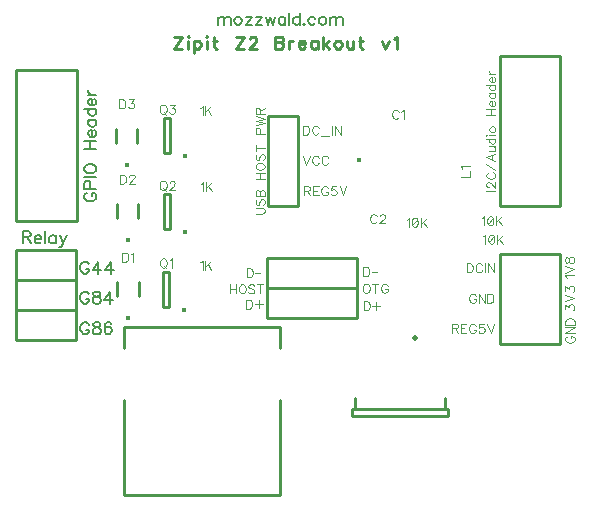
<source format=gto>
G04 DipTrace 2.4.0.2*
%INTopSilk.gbr*%
%MOIN*%
%ADD10C,0.0098*%
%ADD24C,0.0168*%
%ADD26C,0.0157*%
%ADD37C,0.0197*%
%ADD43C,0.0154*%
%ADD98C,0.0046*%
%ADD99C,0.0062*%
%ADD100C,0.0087*%
%FSLAX44Y44*%
G04*
G70*
G90*
G75*
G01*
%LNTopSilk*%
%LPD*%
X7946Y7539D2*
D10*
Y8011D1*
X8654Y7539D2*
Y8011D1*
D26*
X8300Y6811D3*
X7936Y10139D2*
D10*
Y10611D1*
X8644Y10139D2*
Y10611D1*
D26*
X8290Y9411D3*
X7907Y12648D2*
D10*
Y13121D1*
X8616Y12648D2*
Y13121D1*
D26*
X8262Y11920D3*
X6606Y15085D2*
D10*
X4574D1*
Y10045D1*
X6606D1*
Y15085D1*
X13968Y13566D2*
X12968D1*
Y10566D1*
X13968D1*
Y13566D1*
X20690Y10565D2*
X22690D1*
Y15565D1*
X20690D1*
Y10565D1*
X6553Y6089D2*
X4553D1*
Y7089D1*
X6553D1*
Y6089D1*
X8160Y6507D2*
X13356D1*
Y909D2*
Y4090D1*
Y5822D2*
Y6500D1*
Y909D2*
X8160D1*
Y4090D1*
Y5822D2*
Y6500D1*
X12940Y7807D2*
X15940D1*
Y6807D1*
X12940D1*
Y7807D1*
Y8815D2*
X15940D1*
Y7815D1*
X12940D1*
Y8815D1*
X18861Y4142D2*
Y3787D1*
X15869D2*
Y4142D1*
D37*
X17876Y6169D3*
X15770Y3787D2*
D10*
X18959D1*
X15770D2*
Y3551D1*
X18959Y3787D2*
Y3551D1*
X15770D2*
X18959D1*
X6553Y7089D2*
X4553D1*
Y8089D1*
X6553D1*
Y7089D1*
Y8089D2*
X4553D1*
Y9089D1*
X6553D1*
Y8089D1*
X20687Y5961D2*
X22687D1*
Y8961D1*
X20687D1*
Y5961D1*
D43*
X10158Y7094D3*
X9656Y7186D2*
D10*
Y8367D1*
X9459D1*
Y7186D1*
X9656D1*
D43*
X10210Y9682D3*
X9708Y9775D2*
D10*
Y10956D1*
X9512D1*
Y9775D1*
X9708D1*
D43*
X10210Y12219D3*
X9709Y12311D2*
D10*
Y13492D1*
X9512D1*
Y12311D1*
X9709D1*
D24*
X15991Y12104D3*
X17325Y13690D2*
D98*
X17311Y13718D1*
X17282Y13747D1*
X17254Y13761D1*
X17196D1*
X17167Y13747D1*
X17139Y13718D1*
X17124Y13690D1*
X17110Y13646D1*
Y13574D1*
X17124Y13532D1*
X17139Y13503D1*
X17167Y13474D1*
X17196Y13460D1*
X17254D1*
X17282Y13474D1*
X17311Y13503D1*
X17325Y13532D1*
X17418Y13703D2*
X17447Y13718D1*
X17490Y13761D1*
Y13460D1*
X16591Y10215D2*
X16577Y10243D1*
X16548Y10272D1*
X16519Y10286D1*
X16462D1*
X16433Y10272D1*
X16404Y10243D1*
X16390Y10215D1*
X16376Y10172D1*
Y10100D1*
X16390Y10057D1*
X16404Y10028D1*
X16433Y10000D1*
X16462Y9985D1*
X16519D1*
X16548Y10000D1*
X16577Y10028D1*
X16591Y10057D1*
X16698Y10214D2*
Y10229D1*
X16712Y10258D1*
X16727Y10272D1*
X16755Y10286D1*
X16813D1*
X16841Y10272D1*
X16856Y10258D1*
X16870Y10229D1*
Y10200D1*
X16856Y10171D1*
X16827Y10129D1*
X16683Y9985D1*
X16884D1*
X8117Y9002D2*
Y8700D1*
X8218D1*
X8261Y8715D1*
X8290Y8743D1*
X8304Y8772D1*
X8318Y8815D1*
Y8887D1*
X8304Y8930D1*
X8290Y8959D1*
X8261Y8987D1*
X8218Y9002D1*
X8117D1*
X8411Y8944D2*
X8440Y8959D1*
X8483Y9001D1*
Y8700D1*
X8043Y11602D2*
Y11300D1*
X8143D1*
X8186Y11315D1*
X8215Y11343D1*
X8229Y11372D1*
X8244Y11415D1*
Y11487D1*
X8229Y11530D1*
X8215Y11559D1*
X8186Y11587D1*
X8143Y11602D1*
X8043D1*
X8351Y11530D2*
Y11544D1*
X8365Y11573D1*
X8379Y11587D1*
X8408Y11601D1*
X8466D1*
X8494Y11587D1*
X8508Y11573D1*
X8523Y11544D1*
Y11516D1*
X8508Y11487D1*
X8480Y11444D1*
X8336Y11300D1*
X8537D1*
X8014Y14111D2*
Y13810D1*
X8115D1*
X8158Y13824D1*
X8187Y13853D1*
X8201Y13882D1*
X8215Y13924D1*
Y13996D1*
X8201Y14040D1*
X8187Y14068D1*
X8158Y14097D1*
X8115Y14111D1*
X8014D1*
X8337D2*
X8494D1*
X8408Y13996D1*
X8452D1*
X8480Y13982D1*
X8494Y13968D1*
X8509Y13924D1*
Y13896D1*
X8494Y13853D1*
X8466Y13824D1*
X8423Y13810D1*
X8380D1*
X8337Y13824D1*
X8323Y13839D1*
X8308Y13867D1*
X20251Y11072D2*
X20552D1*
X20323Y11180D2*
X20308D1*
X20280Y11194D1*
X20265Y11208D1*
X20251Y11237D1*
Y11294D1*
X20265Y11323D1*
X20280Y11337D1*
X20308Y11352D1*
X20337D1*
X20366Y11337D1*
X20409Y11309D1*
X20552Y11165D1*
Y11366D1*
X20322Y11674D2*
X20294Y11659D1*
X20265Y11631D1*
X20251Y11602D1*
Y11545D1*
X20265Y11516D1*
X20294Y11487D1*
X20322Y11473D1*
X20365Y11459D1*
X20437D1*
X20480Y11473D1*
X20509Y11487D1*
X20538Y11516D1*
X20552Y11545D1*
Y11602D1*
X20538Y11631D1*
X20509Y11659D1*
X20480Y11674D1*
X20552Y11766D2*
X20251Y11967D1*
X20552Y12290D2*
X20251Y12175D1*
X20552Y12060D1*
X20452Y12103D2*
Y12247D1*
X20351Y12382D2*
X20495D1*
X20538Y12397D1*
X20552Y12426D1*
Y12469D1*
X20538Y12497D1*
X20495Y12540D1*
X20351D2*
X20552D1*
X20251Y12805D2*
X20552D1*
X20394D2*
X20365Y12776D1*
X20351Y12748D1*
Y12705D1*
X20365Y12676D1*
X20394Y12647D1*
X20437Y12633D1*
X20466D1*
X20509Y12647D1*
X20538Y12676D1*
X20552Y12705D1*
Y12748D1*
X20538Y12776D1*
X20509Y12805D1*
X20251Y12898D2*
X20265Y12912D1*
X20251Y12926D1*
X20236Y12912D1*
X20251Y12898D1*
X20351Y12912D2*
X20552D1*
X20351Y13091D2*
X20365Y13062D1*
X20394Y13033D1*
X20437Y13019D1*
X20466D1*
X20509Y13033D1*
X20538Y13062D1*
X20552Y13091D1*
Y13134D1*
X20538Y13163D1*
X20509Y13191D1*
X20466Y13206D1*
X20437D1*
X20394Y13191D1*
X20365Y13163D1*
X20351Y13134D1*
Y13091D1*
X20251Y13590D2*
X20552D1*
X20251Y13791D2*
X20552D1*
X20394Y13590D2*
Y13791D1*
X20437Y13884D2*
Y14056D1*
X20409D1*
X20380Y14042D1*
X20365Y14027D1*
X20351Y13998D1*
Y13955D1*
X20365Y13927D1*
X20394Y13898D1*
X20437Y13884D1*
X20466D1*
X20509Y13898D1*
X20538Y13927D1*
X20552Y13955D1*
Y13998D1*
X20538Y14027D1*
X20509Y14056D1*
X20351Y14321D2*
X20552D1*
X20394D2*
X20365Y14292D1*
X20351Y14263D1*
Y14220D1*
X20365Y14192D1*
X20394Y14163D1*
X20437Y14148D1*
X20466D1*
X20509Y14163D1*
X20538Y14192D1*
X20552Y14220D1*
Y14263D1*
X20538Y14292D1*
X20509Y14321D1*
X20251Y14585D2*
X20552D1*
X20394D2*
X20365Y14557D1*
X20351Y14528D1*
Y14485D1*
X20365Y14456D1*
X20394Y14427D1*
X20437Y14413D1*
X20466D1*
X20509Y14427D1*
X20538Y14456D1*
X20552Y14485D1*
Y14528D1*
X20538Y14557D1*
X20509Y14585D1*
X20437Y14678D2*
Y14850D1*
X20409D1*
X20380Y14836D1*
X20365Y14821D1*
X20351Y14793D1*
Y14750D1*
X20365Y14721D1*
X20394Y14692D1*
X20437Y14678D1*
X20466D1*
X20509Y14692D1*
X20538Y14721D1*
X20552Y14750D1*
Y14793D1*
X20538Y14821D1*
X20509Y14850D1*
X20351Y14943D2*
X20552D1*
X20437D2*
X20394Y14957D1*
X20365Y14986D1*
X20351Y15015D1*
Y15058D1*
X19391Y11537D2*
X19692D1*
Y11709D1*
X19448Y11802D2*
X19434Y11831D1*
X19391Y11874D1*
X19692D1*
X9456Y8807D2*
X9427Y8793D1*
X9398Y8764D1*
X9384Y8735D1*
X9369Y8692D1*
Y8620D1*
X9384Y8577D1*
X9398Y8549D1*
X9427Y8520D1*
X9456Y8505D1*
X9513D1*
X9542Y8520D1*
X9570Y8549D1*
X9585Y8577D1*
X9599Y8620D1*
Y8692D1*
X9585Y8735D1*
X9570Y8764D1*
X9542Y8793D1*
X9513Y8807D1*
X9456D1*
X9499Y8563D2*
X9585Y8477D1*
X9692Y8749D2*
X9721Y8763D1*
X9764Y8806D1*
Y8505D1*
X9443Y11395D2*
X9415Y11381D1*
X9386Y11352D1*
X9372Y11323D1*
X9357Y11280D1*
Y11209D1*
X9372Y11165D1*
X9386Y11137D1*
X9415Y11108D1*
X9443Y11094D1*
X9501D1*
X9529Y11108D1*
X9558Y11137D1*
X9572Y11165D1*
X9587Y11209D1*
Y11280D1*
X9572Y11323D1*
X9558Y11352D1*
X9529Y11381D1*
X9501Y11395D1*
X9443D1*
X9486Y11151D2*
X9572Y11065D1*
X9694Y11323D2*
Y11337D1*
X9708Y11366D1*
X9723Y11380D1*
X9751Y11395D1*
X9809D1*
X9837Y11380D1*
X9852Y11366D1*
X9866Y11337D1*
Y11309D1*
X9852Y11280D1*
X9823Y11237D1*
X9679Y11093D1*
X9880D1*
X9444Y13931D2*
X9415Y13917D1*
X9386Y13889D1*
X9372Y13860D1*
X9358Y13817D1*
Y13745D1*
X9372Y13702D1*
X9386Y13673D1*
X9415Y13644D1*
X9444Y13630D1*
X9501D1*
X9530Y13644D1*
X9559Y13673D1*
X9573Y13702D1*
X9587Y13745D1*
Y13817D1*
X9573Y13860D1*
X9559Y13889D1*
X9530Y13917D1*
X9501Y13931D1*
X9444D1*
X9487Y13688D2*
X9573Y13601D1*
X9709Y13931D2*
X9866D1*
X9780Y13816D1*
X9824D1*
X9852Y13802D1*
X9866Y13788D1*
X9881Y13745D1*
Y13716D1*
X9866Y13673D1*
X9838Y13644D1*
X9795Y13630D1*
X9752D1*
X9709Y13644D1*
X9695Y13659D1*
X9680Y13687D1*
X10717Y8678D2*
X10746Y8692D1*
X10789Y8735D1*
Y8434D1*
X10882Y8736D2*
Y8434D1*
X11083Y8736D2*
X10882Y8535D1*
X10953Y8607D2*
X11083Y8434D1*
X10744Y11283D2*
X10773Y11298D1*
X10816Y11340D1*
Y11039D1*
X10909Y11341D2*
Y11039D1*
X11110Y11341D2*
X10909Y11140D1*
X10980Y11212D2*
X11110Y11039D1*
X10717Y13818D2*
X10746Y13832D1*
X10789Y13875D1*
Y13574D1*
X10882Y13876D2*
Y13574D1*
X11083Y13876D2*
X10882Y13675D1*
X10953Y13747D2*
X11083Y13574D1*
X17600Y10104D2*
X17629Y10119D1*
X17672Y10162D1*
Y9861D1*
X17851Y10162D2*
X17808Y10147D1*
X17779Y10104D1*
X17765Y10033D1*
Y9990D1*
X17779Y9918D1*
X17808Y9875D1*
X17851Y9861D1*
X17880D1*
X17923Y9875D1*
X17951Y9918D1*
X17966Y9990D1*
Y10033D1*
X17951Y10104D1*
X17923Y10147D1*
X17880Y10162D1*
X17851D1*
X17951Y10104D2*
X17779Y9918D1*
X18059Y10162D2*
Y9861D1*
X18260Y10162D2*
X18059Y9961D1*
X18130Y10033D2*
X18260Y9861D1*
X12244Y7436D2*
Y7134D1*
X12345D1*
X12388Y7149D1*
X12417Y7177D1*
X12431Y7206D1*
X12445Y7249D1*
Y7321D1*
X12431Y7364D1*
X12417Y7393D1*
X12388Y7422D1*
X12345Y7436D1*
X12244D1*
X12667Y7414D2*
Y7156D1*
X12538Y7285D2*
X12796D1*
X12257Y8486D2*
Y8184D1*
X12358D1*
X12401Y8199D1*
X12430Y8227D1*
X12444Y8256D1*
X12458Y8299D1*
Y8371D1*
X12444Y8414D1*
X12430Y8442D1*
X12401Y8471D1*
X12358Y8486D1*
X12257D1*
X12551Y8335D2*
X12717D1*
X11702Y7943D2*
Y7641D1*
X11903Y7943D2*
Y7641D1*
X11702Y7799D2*
X11903D1*
X12082Y7943D2*
X12053Y7928D1*
X12024Y7899D1*
X12010Y7871D1*
X11996Y7828D1*
Y7756D1*
X12010Y7713D1*
X12024Y7684D1*
X12053Y7656D1*
X12082Y7641D1*
X12139D1*
X12168Y7656D1*
X12197Y7684D1*
X12211Y7713D1*
X12225Y7756D1*
Y7828D1*
X12211Y7871D1*
X12197Y7899D1*
X12168Y7928D1*
X12139Y7943D1*
X12082D1*
X12519Y7899D2*
X12490Y7928D1*
X12447Y7943D1*
X12390D1*
X12347Y7928D1*
X12318Y7899D1*
Y7871D1*
X12332Y7842D1*
X12347Y7828D1*
X12375Y7814D1*
X12461Y7785D1*
X12490Y7770D1*
X12504Y7756D1*
X12519Y7727D1*
Y7684D1*
X12490Y7656D1*
X12447Y7641D1*
X12390D1*
X12347Y7656D1*
X12318Y7684D1*
X12712Y7943D2*
Y7641D1*
X12611Y7943D2*
X12812D1*
X16212Y7962D2*
X16184Y7948D1*
X16155Y7919D1*
X16140Y7890D1*
X16126Y7847D1*
Y7775D1*
X16140Y7732D1*
X16155Y7704D1*
X16184Y7675D1*
X16212Y7660D1*
X16270D1*
X16298Y7675D1*
X16327Y7704D1*
X16341Y7732D1*
X16356Y7775D1*
Y7847D1*
X16341Y7890D1*
X16327Y7919D1*
X16298Y7948D1*
X16270Y7962D1*
X16212D1*
X16549D2*
Y7660D1*
X16448Y7962D2*
X16649D1*
X16957Y7890D2*
X16943Y7919D1*
X16914Y7948D1*
X16885Y7962D1*
X16828D1*
X16799Y7948D1*
X16771Y7919D1*
X16756Y7890D1*
X16742Y7847D1*
Y7775D1*
X16756Y7732D1*
X16771Y7704D1*
X16799Y7675D1*
X16828Y7660D1*
X16885D1*
X16914Y7675D1*
X16943Y7704D1*
X16957Y7732D1*
Y7775D1*
X16885D1*
X14180Y11070D2*
X14309D1*
X14352Y11085D1*
X14366Y11099D1*
X14380Y11128D1*
Y11157D1*
X14366Y11185D1*
X14352Y11200D1*
X14309Y11214D1*
X14180D1*
Y10913D1*
X14280Y11070D2*
X14380Y10913D1*
X14659Y11214D2*
X14473D1*
Y10913D1*
X14659D1*
X14473Y11070D2*
X14588D1*
X14967Y11142D2*
X14953Y11171D1*
X14924Y11200D1*
X14896Y11214D1*
X14838D1*
X14809Y11200D1*
X14781Y11171D1*
X14766Y11142D1*
X14752Y11099D1*
Y11027D1*
X14766Y10985D1*
X14781Y10956D1*
X14809Y10927D1*
X14838Y10913D1*
X14896D1*
X14924Y10927D1*
X14953Y10956D1*
X14967Y10985D1*
Y11027D1*
X14896D1*
X15232Y11214D2*
X15089D1*
X15075Y11085D1*
X15089Y11099D1*
X15132Y11114D1*
X15175D1*
X15218Y11099D1*
X15247Y11070D1*
X15261Y11027D1*
Y10999D1*
X15247Y10956D1*
X15218Y10927D1*
X15175Y10913D1*
X15132D1*
X15089Y10927D1*
X15075Y10941D1*
X15060Y10970D1*
X15354Y11214D2*
X15468Y10913D1*
X15583Y11214D1*
X14145Y13236D2*
Y12934D1*
X14245D1*
X14289Y12949D1*
X14317Y12977D1*
X14332Y13006D1*
X14346Y13049D1*
Y13121D1*
X14332Y13164D1*
X14317Y13193D1*
X14289Y13221D1*
X14245Y13236D1*
X14145D1*
X14654Y13164D2*
X14639Y13193D1*
X14611Y13221D1*
X14582Y13236D1*
X14525D1*
X14496Y13221D1*
X14467Y13193D1*
X14453Y13164D1*
X14439Y13121D1*
Y13049D1*
X14453Y13006D1*
X14467Y12977D1*
X14496Y12949D1*
X14525Y12934D1*
X14582D1*
X14611Y12949D1*
X14639Y12977D1*
X14654Y13006D1*
X14746Y12884D2*
X15019D1*
X15112Y13236D2*
Y12934D1*
X15405Y13236D2*
Y12934D1*
X15204Y13236D1*
Y12934D1*
X14128Y12233D2*
X14242Y11932D1*
X14357Y12233D1*
X14665Y12162D2*
X14651Y12190D1*
X14622Y12219D1*
X14593Y12233D1*
X14536D1*
X14507Y12219D1*
X14479Y12190D1*
X14464Y12162D1*
X14450Y12119D1*
Y12047D1*
X14464Y12004D1*
X14479Y11975D1*
X14507Y11947D1*
X14536Y11932D1*
X14593D1*
X14622Y11947D1*
X14651Y11975D1*
X14665Y12004D1*
X14973Y12162D2*
X14959Y12190D1*
X14930Y12219D1*
X14901Y12233D1*
X14844D1*
X14815Y12219D1*
X14786Y12190D1*
X14772Y12162D1*
X14758Y12119D1*
Y12047D1*
X14772Y12004D1*
X14786Y11975D1*
X14815Y11947D1*
X14844Y11932D1*
X14901D1*
X14930Y11947D1*
X14959Y11975D1*
X14973Y12004D1*
X12555Y10295D2*
X12770D1*
X12813Y10309D1*
X12842Y10338D1*
X12856Y10381D1*
Y10410D1*
X12842Y10453D1*
X12813Y10482D1*
X12770Y10496D1*
X12555D1*
X12598Y10789D2*
X12569Y10761D1*
X12555Y10718D1*
Y10660D1*
X12569Y10617D1*
X12598Y10589D1*
X12626D1*
X12655Y10603D1*
X12669Y10617D1*
X12684Y10646D1*
X12713Y10732D1*
X12727Y10761D1*
X12741Y10775D1*
X12770Y10789D1*
X12813D1*
X12842Y10761D1*
X12856Y10718D1*
Y10660D1*
X12842Y10617D1*
X12813Y10589D1*
X12555Y10882D2*
X12856D1*
Y11011D1*
X12842Y11055D1*
X12827Y11069D1*
X12799Y11083D1*
X12756D1*
X12727Y11069D1*
X12713Y11055D1*
X12698Y11011D1*
X12684Y11055D1*
X12669Y11069D1*
X12641Y11083D1*
X12612D1*
X12584Y11069D1*
X12569Y11055D1*
X12555Y11011D1*
Y10882D1*
X12698D2*
Y11011D1*
X12555Y11467D2*
X12856D1*
X12555Y11668D2*
X12856D1*
X12698Y11467D2*
Y11668D1*
X12555Y11847D2*
X12569Y11818D1*
X12598Y11790D1*
X12626Y11775D1*
X12669Y11761D1*
X12741D1*
X12784Y11775D1*
X12813Y11790D1*
X12842Y11818D1*
X12856Y11847D1*
Y11905D1*
X12842Y11933D1*
X12813Y11962D1*
X12784Y11976D1*
X12741Y11990D1*
X12669D1*
X12626Y11976D1*
X12598Y11962D1*
X12569Y11933D1*
X12555Y11905D1*
Y11847D1*
X12598Y12284D2*
X12569Y12255D1*
X12555Y12212D1*
Y12155D1*
X12569Y12112D1*
X12598Y12083D1*
X12626D1*
X12655Y12098D1*
X12669Y12112D1*
X12684Y12140D1*
X12713Y12227D1*
X12727Y12255D1*
X12741Y12270D1*
X12770Y12284D1*
X12813D1*
X12842Y12255D1*
X12856Y12212D1*
Y12155D1*
X12842Y12112D1*
X12813Y12083D1*
X12555Y12477D2*
X12856D1*
X12555Y12377D2*
Y12578D1*
X12713Y12962D2*
Y13091D1*
X12698Y13134D1*
X12684Y13149D1*
X12655Y13163D1*
X12612D1*
X12584Y13149D1*
X12569Y13134D1*
X12555Y13091D1*
Y12962D1*
X12856D1*
X12555Y13255D2*
X12856Y13327D1*
X12555Y13399D1*
X12856Y13471D1*
X12555Y13543D1*
X12698Y13635D2*
Y13764D1*
X12684Y13807D1*
X12669Y13822D1*
X12641Y13836D1*
X12612D1*
X12584Y13822D1*
X12569Y13807D1*
X12555Y13764D1*
Y13635D1*
X12856D1*
X12698Y13736D2*
X12856Y13836D1*
X4796Y9519D2*
D99*
X4968D1*
X5025Y9539D1*
X5045Y9558D1*
X5064Y9596D1*
Y9634D1*
X5045Y9672D1*
X5025Y9692D1*
X4968Y9711D1*
X4796D1*
Y9309D1*
X4930Y9519D2*
X5064Y9309D1*
X5187Y9462D2*
X5417D1*
Y9500D1*
X5398Y9539D1*
X5379Y9558D1*
X5340Y9577D1*
X5283D1*
X5245Y9558D1*
X5206Y9519D1*
X5187Y9462D1*
Y9424D1*
X5206Y9366D1*
X5245Y9328D1*
X5283Y9309D1*
X5340D1*
X5379Y9328D1*
X5417Y9366D1*
X5540Y9711D2*
Y9309D1*
X5893Y9577D2*
Y9309D1*
Y9519D2*
X5855Y9558D1*
X5817Y9577D1*
X5760D1*
X5721Y9558D1*
X5683Y9519D1*
X5664Y9462D1*
Y9424D1*
X5683Y9366D1*
X5721Y9328D1*
X5760Y9309D1*
X5817D1*
X5855Y9328D1*
X5893Y9366D1*
X6036Y9577D2*
X6151Y9309D1*
X6113Y9232D1*
X6074Y9194D1*
X6036Y9175D1*
X6017D1*
X6266Y9577D2*
X6151Y9309D1*
X7003Y8609D2*
X6984Y8647D1*
X6945Y8686D1*
X6907Y8705D1*
X6831D1*
X6792Y8686D1*
X6754Y8647D1*
X6735Y8609D1*
X6716Y8552D1*
Y8456D1*
X6735Y8399D1*
X6754Y8360D1*
X6792Y8322D1*
X6831Y8303D1*
X6907D1*
X6945Y8322D1*
X6984Y8360D1*
X7003Y8399D1*
Y8456D1*
X6907D1*
X7318Y8303D2*
Y8704D1*
X7126Y8437D1*
X7413D1*
X7728Y8303D2*
Y8704D1*
X7537Y8437D1*
X7824D1*
X7004Y7607D2*
X6985Y7645D1*
X6947Y7684D1*
X6909Y7703D1*
X6832D1*
X6794Y7684D1*
X6756Y7645D1*
X6736Y7607D1*
X6717Y7550D1*
Y7454D1*
X6736Y7397D1*
X6756Y7358D1*
X6794Y7320D1*
X6832Y7301D1*
X6909D1*
X6947Y7320D1*
X6985Y7358D1*
X7004Y7397D1*
Y7454D1*
X6909D1*
X7223Y7702D2*
X7166Y7683D1*
X7147Y7645D1*
Y7607D1*
X7166Y7569D1*
X7204Y7549D1*
X7281Y7530D1*
X7338Y7511D1*
X7376Y7473D1*
X7395Y7435D1*
Y7377D1*
X7376Y7339D1*
X7357Y7320D1*
X7300Y7301D1*
X7223D1*
X7166Y7320D1*
X7147Y7339D1*
X7128Y7377D1*
Y7435D1*
X7147Y7473D1*
X7185Y7511D1*
X7242Y7530D1*
X7319Y7549D1*
X7357Y7569D1*
X7376Y7607D1*
Y7645D1*
X7357Y7683D1*
X7300Y7702D1*
X7223D1*
X7710Y7301D2*
Y7702D1*
X7519Y7435D1*
X7806D1*
X7006Y6591D2*
X6987Y6629D1*
X6949Y6667D1*
X6910Y6686D1*
X6834D1*
X6796Y6667D1*
X6758Y6629D1*
X6738Y6591D1*
X6719Y6533D1*
Y6437D1*
X6738Y6380D1*
X6758Y6342D1*
X6796Y6304D1*
X6834Y6284D1*
X6910D1*
X6949Y6304D1*
X6987Y6342D1*
X7006Y6380D1*
Y6437D1*
X6910D1*
X7225Y6686D2*
X7168Y6667D1*
X7149Y6629D1*
Y6590D1*
X7168Y6552D1*
X7206Y6533D1*
X7283Y6514D1*
X7340Y6495D1*
X7378Y6456D1*
X7397Y6418D1*
Y6361D1*
X7378Y6323D1*
X7359Y6303D1*
X7302Y6284D1*
X7225D1*
X7168Y6303D1*
X7149Y6323D1*
X7130Y6361D1*
Y6418D1*
X7149Y6456D1*
X7187Y6495D1*
X7244Y6514D1*
X7321Y6533D1*
X7359Y6552D1*
X7378Y6590D1*
Y6629D1*
X7359Y6667D1*
X7302Y6686D1*
X7225D1*
X7750Y6629D2*
X7731Y6667D1*
X7674Y6686D1*
X7635D1*
X7578Y6667D1*
X7540Y6609D1*
X7521Y6514D1*
Y6418D1*
X7540Y6342D1*
X7578Y6303D1*
X7635Y6284D1*
X7655D1*
X7712Y6303D1*
X7750Y6342D1*
X7769Y6399D1*
Y6418D1*
X7750Y6476D1*
X7712Y6514D1*
X7655Y6533D1*
X7635D1*
X7578Y6514D1*
X7540Y6476D1*
X7521Y6418D1*
X22931Y8171D2*
D98*
X22917Y8199D1*
X22874Y8243D1*
X23175D1*
X22874Y8335D2*
X23175Y8450D1*
X22874Y8565D1*
Y8729D2*
X22888Y8686D1*
X22917Y8672D1*
X22946D1*
X22974Y8686D1*
X22989Y8715D1*
X23003Y8772D1*
X23017Y8815D1*
X23046Y8844D1*
X23075Y8858D1*
X23118D1*
X23146Y8844D1*
X23161Y8829D1*
X23175Y8786D1*
Y8729D1*
X23161Y8686D1*
X23146Y8672D1*
X23118Y8657D1*
X23075D1*
X23046Y8672D1*
X23017Y8700D1*
X23003Y8743D1*
X22989Y8801D1*
X22974Y8829D1*
X22946Y8844D1*
X22917D1*
X22888Y8829D1*
X22874Y8786D1*
Y8729D1*
X22883Y7109D2*
Y7266D1*
X22998Y7180D1*
Y7223D1*
X23012Y7252D1*
X23026Y7266D1*
X23069Y7281D1*
X23098D1*
X23141Y7266D1*
X23170Y7238D1*
X23184Y7195D1*
Y7151D1*
X23170Y7109D1*
X23155Y7094D1*
X23127Y7080D1*
X22883Y7373D2*
X23184Y7488D1*
X22883Y7603D1*
Y7724D2*
Y7882D1*
X22998Y7796D1*
Y7839D1*
X23012Y7868D1*
X23026Y7882D1*
X23069Y7896D1*
X23098D1*
X23141Y7882D1*
X23170Y7853D1*
X23184Y7810D1*
Y7767D1*
X23170Y7724D1*
X23155Y7710D1*
X23127Y7696D1*
X22957Y6219D2*
X22929Y6204D1*
X22900Y6175D1*
X22886Y6147D1*
Y6090D1*
X22900Y6061D1*
X22929Y6032D1*
X22957Y6018D1*
X23001Y6003D1*
X23072D1*
X23115Y6018D1*
X23144Y6032D1*
X23173Y6061D1*
X23187Y6090D1*
Y6147D1*
X23173Y6175D1*
X23144Y6204D1*
X23115Y6219D1*
X23072D1*
Y6147D1*
X22886Y6512D2*
X23187D1*
X22886Y6311D1*
X23187D1*
X22886Y6605D2*
X23187D1*
Y6705D1*
X23173Y6748D1*
X23144Y6777D1*
X23115Y6792D1*
X23072Y6806D1*
X23001D1*
X22957Y6792D1*
X22929Y6777D1*
X22900Y6748D1*
X22886Y6705D1*
Y6605D1*
X19106Y6480D2*
X19235D1*
X19279Y6495D1*
X19293Y6509D1*
X19307Y6538D1*
Y6567D1*
X19293Y6595D1*
X19279Y6610D1*
X19235Y6624D1*
X19106D1*
Y6322D1*
X19207Y6480D2*
X19307Y6322D1*
X19586Y6624D2*
X19400D1*
Y6322D1*
X19586D1*
X19400Y6480D2*
X19515D1*
X19894Y6552D2*
X19880Y6581D1*
X19851Y6610D1*
X19823Y6624D1*
X19765D1*
X19736Y6610D1*
X19708Y6581D1*
X19693Y6552D1*
X19679Y6509D1*
Y6437D1*
X19693Y6394D1*
X19708Y6366D1*
X19736Y6337D1*
X19765Y6322D1*
X19823D1*
X19851Y6337D1*
X19880Y6366D1*
X19894Y6394D1*
Y6437D1*
X19823D1*
X20159Y6624D2*
X20016D1*
X20001Y6495D1*
X20016Y6509D1*
X20059Y6523D1*
X20102D1*
X20145Y6509D1*
X20174Y6480D1*
X20188Y6437D1*
Y6409D1*
X20174Y6366D1*
X20145Y6337D1*
X20102Y6322D1*
X20059D1*
X20016Y6337D1*
X20001Y6351D1*
X19987Y6380D1*
X20281Y6624D2*
X20395Y6322D1*
X20510Y6624D1*
X19596Y8645D2*
Y8344D1*
X19696D1*
X19739Y8359D1*
X19768Y8387D1*
X19783Y8416D1*
X19797Y8459D1*
Y8531D1*
X19783Y8574D1*
X19768Y8602D1*
X19739Y8631D1*
X19696Y8645D1*
X19596D1*
X20105Y8574D2*
X20090Y8602D1*
X20062Y8631D1*
X20033Y8645D1*
X19976D1*
X19947Y8631D1*
X19918Y8602D1*
X19904Y8574D1*
X19889Y8531D1*
Y8459D1*
X19904Y8416D1*
X19918Y8387D1*
X19947Y8359D1*
X19976Y8344D1*
X20033D1*
X20062Y8359D1*
X20090Y8387D1*
X20105Y8416D1*
X20197Y8645D2*
Y8344D1*
X20491Y8645D2*
Y8344D1*
X20290Y8645D1*
Y8344D1*
X9847Y16205D2*
D100*
X10115D1*
X9847Y15803D1*
X10115D1*
X10290Y16205D2*
X10309Y16186D1*
X10329Y16205D1*
X10309Y16225D1*
X10290Y16205D1*
X10309Y16071D2*
Y15803D1*
X10504Y16071D2*
Y15669D1*
Y16014D2*
X10542Y16052D1*
X10580Y16071D1*
X10638D1*
X10676Y16052D1*
X10714Y16014D1*
X10734Y15956D1*
Y15918D1*
X10714Y15861D1*
X10676Y15822D1*
X10638Y15803D1*
X10580D1*
X10542Y15822D1*
X10504Y15861D1*
X10908Y16205D2*
X10928Y16186D1*
X10947Y16205D1*
X10928Y16225D1*
X10908Y16205D1*
X10928Y16071D2*
Y15803D1*
X11179Y16205D2*
Y15880D1*
X11198Y15823D1*
X11237Y15803D1*
X11275D1*
X11122Y16071D2*
X11256D1*
X11890Y16205D2*
X12158D1*
X11890Y15803D1*
X12158D1*
X12353Y16109D2*
Y16128D1*
X12372Y16167D1*
X12391Y16186D1*
X12429Y16205D1*
X12506D1*
X12544Y16186D1*
X12563Y16167D1*
X12582Y16128D1*
Y16090D1*
X12563Y16052D1*
X12525Y15995D1*
X12333Y15803D1*
X12601D1*
X13216Y16205D2*
Y15803D1*
X13389D1*
X13446Y15823D1*
X13465Y15842D1*
X13484Y15880D1*
Y15937D1*
X13465Y15976D1*
X13446Y15995D1*
X13389Y16014D1*
X13446Y16033D1*
X13465Y16052D1*
X13484Y16090D1*
Y16129D1*
X13465Y16167D1*
X13446Y16186D1*
X13389Y16205D1*
X13216D1*
Y16014D2*
X13389D1*
X13659Y16071D2*
Y15803D1*
Y15956D2*
X13679Y16014D1*
X13717Y16052D1*
X13755Y16071D1*
X13813D1*
X13988Y15956D2*
X14217D1*
Y15995D1*
X14198Y16033D1*
X14179Y16052D1*
X14141Y16071D1*
X14083D1*
X14045Y16052D1*
X14007Y16014D1*
X13988Y15956D1*
Y15918D1*
X14007Y15861D1*
X14045Y15823D1*
X14083Y15803D1*
X14141D1*
X14179Y15823D1*
X14217Y15861D1*
X14622Y16071D2*
Y15803D1*
Y16014D2*
X14584Y16052D1*
X14545Y16071D1*
X14488D1*
X14450Y16052D1*
X14412Y16014D1*
X14392Y15956D1*
Y15918D1*
X14412Y15861D1*
X14450Y15823D1*
X14488Y15803D1*
X14545D1*
X14584Y15823D1*
X14622Y15861D1*
X14797Y16205D2*
Y15803D1*
X14988Y16071D2*
X14797Y15880D1*
X14873Y15956D2*
X15007Y15803D1*
X15277Y16071D2*
X15239Y16052D1*
X15201Y16014D1*
X15182Y15956D1*
Y15918D1*
X15201Y15861D1*
X15239Y15823D1*
X15277Y15803D1*
X15335D1*
X15373Y15823D1*
X15411Y15861D1*
X15431Y15918D1*
Y15956D1*
X15411Y16014D1*
X15373Y16052D1*
X15335Y16071D1*
X15277D1*
X15606D2*
Y15880D1*
X15625Y15823D1*
X15663Y15803D1*
X15721D1*
X15759Y15823D1*
X15816Y15880D1*
Y16071D2*
Y15803D1*
X16049Y16205D2*
Y15880D1*
X16068Y15823D1*
X16106Y15803D1*
X16144D1*
X15991Y16071D2*
X16125D1*
X16760D2*
X16875Y15803D1*
X16989Y16071D1*
X17164Y16128D2*
X17203Y16148D1*
X17260Y16205D1*
Y15803D1*
X11305Y16861D2*
D99*
Y16593D1*
Y16785D2*
X11363Y16842D1*
X11401Y16861D1*
X11458D1*
X11497Y16842D1*
X11516Y16785D1*
Y16593D1*
Y16785D2*
X11573Y16842D1*
X11612Y16861D1*
X11669D1*
X11707Y16842D1*
X11727Y16785D1*
Y16593D1*
X11946Y16861D2*
X11908Y16842D1*
X11869Y16804D1*
X11850Y16746D1*
Y16708D1*
X11869Y16651D1*
X11908Y16613D1*
X11946Y16593D1*
X12003D1*
X12042Y16613D1*
X12080Y16651D1*
X12099Y16708D1*
Y16746D1*
X12080Y16804D1*
X12042Y16842D1*
X12003Y16861D1*
X11946D1*
X12223D2*
X12433D1*
X12223Y16593D1*
X12433D1*
X12557Y16861D2*
X12767D1*
X12557Y16593D1*
X12767D1*
X12890Y16861D2*
X12967Y16593D1*
X13043Y16861D1*
X13120Y16593D1*
X13196Y16861D1*
X13549D2*
Y16593D1*
Y16804D2*
X13511Y16842D1*
X13473Y16861D1*
X13416D1*
X13377Y16842D1*
X13339Y16804D1*
X13320Y16746D1*
Y16708D1*
X13339Y16651D1*
X13377Y16613D1*
X13416Y16593D1*
X13473D1*
X13511Y16613D1*
X13549Y16651D1*
X13673Y16995D2*
Y16593D1*
X14026Y16995D2*
Y16593D1*
Y16804D2*
X13988Y16842D1*
X13949Y16861D1*
X13892D1*
X13854Y16842D1*
X13815Y16804D1*
X13796Y16746D1*
Y16708D1*
X13815Y16651D1*
X13854Y16613D1*
X13892Y16593D1*
X13949D1*
X13988Y16613D1*
X14026Y16651D1*
X14168Y16632D2*
X14149Y16612D1*
X14168Y16593D1*
X14188Y16612D1*
X14168Y16632D1*
X14541Y16804D2*
X14503Y16842D1*
X14464Y16861D1*
X14407D1*
X14369Y16842D1*
X14331Y16804D1*
X14311Y16746D1*
Y16708D1*
X14331Y16651D1*
X14369Y16613D1*
X14407Y16593D1*
X14464D1*
X14503Y16613D1*
X14541Y16651D1*
X14760Y16861D2*
X14722Y16842D1*
X14684Y16804D1*
X14665Y16746D1*
Y16708D1*
X14684Y16651D1*
X14722Y16613D1*
X14760Y16593D1*
X14818D1*
X14856Y16613D1*
X14894Y16651D1*
X14914Y16708D1*
Y16746D1*
X14894Y16804D1*
X14856Y16842D1*
X14818Y16861D1*
X14760D1*
X15037D2*
Y16593D1*
Y16785D2*
X15095Y16842D1*
X15133Y16861D1*
X15190D1*
X15229Y16842D1*
X15248Y16785D1*
Y16593D1*
Y16785D2*
X15305Y16842D1*
X15344Y16861D1*
X15401D1*
X15439Y16842D1*
X15459Y16785D1*
Y16593D1*
X19896Y7557D2*
D98*
X19882Y7586D1*
X19853Y7615D1*
X19824Y7629D1*
X19767D1*
X19738Y7615D1*
X19710Y7586D1*
X19695Y7557D1*
X19681Y7514D1*
Y7442D1*
X19695Y7400D1*
X19710Y7371D1*
X19738Y7342D1*
X19767Y7328D1*
X19824D1*
X19853Y7342D1*
X19882Y7371D1*
X19896Y7400D1*
Y7442D1*
X19824D1*
X20190Y7629D2*
Y7328D1*
X19989Y7629D1*
Y7328D1*
X20282Y7629D2*
Y7328D1*
X20383D1*
X20426Y7342D1*
X20455Y7371D1*
X20469Y7400D1*
X20483Y7442D1*
Y7514D1*
X20469Y7557D1*
X20455Y7586D1*
X20426Y7615D1*
X20383Y7629D1*
X20282D1*
X20113Y10153D2*
X20142Y10167D1*
X20185Y10210D1*
Y9909D1*
X20364Y10210D2*
X20321Y10196D1*
X20292Y10153D1*
X20278Y10081D1*
Y10038D1*
X20292Y9966D1*
X20321Y9923D1*
X20364Y9909D1*
X20392D1*
X20435Y9923D1*
X20464Y9966D1*
X20479Y10038D1*
Y10081D1*
X20464Y10153D1*
X20435Y10196D1*
X20392Y10210D1*
X20364D1*
X20464Y10153D2*
X20292Y9966D1*
X20571Y10210D2*
Y9909D1*
X20772Y10210D2*
X20571Y10009D1*
X20643Y10081D2*
X20772Y9909D1*
X20145Y9541D2*
X20174Y9555D1*
X20217Y9598D1*
Y9297D1*
X20396Y9598D2*
X20353Y9584D1*
X20324Y9541D1*
X20310Y9469D1*
Y9426D1*
X20324Y9354D1*
X20353Y9311D1*
X20396Y9297D1*
X20424D1*
X20467Y9311D1*
X20496Y9354D1*
X20511Y9426D1*
Y9469D1*
X20496Y9541D1*
X20467Y9584D1*
X20424Y9598D1*
X20396D1*
X20496Y9541D2*
X20324Y9354D1*
X20603Y9598D2*
Y9297D1*
X20804Y9598D2*
X20603Y9398D1*
X20675Y9469D2*
X20804Y9297D1*
X6936Y11001D2*
D99*
X6898Y10982D1*
X6859Y10943D1*
X6840Y10905D1*
Y10829D1*
X6859Y10790D1*
X6898Y10752D1*
X6936Y10733D1*
X6993Y10714D1*
X7089D1*
X7146Y10733D1*
X7185Y10752D1*
X7223Y10790D1*
X7242Y10829D1*
Y10905D1*
X7223Y10943D1*
X7185Y10982D1*
X7146Y11001D1*
X7089D1*
Y10905D1*
X7051Y11124D2*
Y11297D1*
X7032Y11354D1*
X7012Y11373D1*
X6974Y11392D1*
X6917D1*
X6879Y11373D1*
X6859Y11354D1*
X6840Y11297D1*
Y11124D1*
X7242D1*
X6840Y11516D2*
X7242D1*
X6840Y11754D2*
X6859Y11716D1*
X6898Y11678D1*
X6936Y11658D1*
X6993Y11639D1*
X7089D1*
X7146Y11658D1*
X7185Y11678D1*
X7223Y11716D1*
X7242Y11754D1*
Y11831D1*
X7223Y11869D1*
X7185Y11907D1*
X7146Y11926D1*
X7089Y11945D1*
X6993D1*
X6936Y11926D1*
X6898Y11907D1*
X6859Y11869D1*
X6840Y11831D1*
Y11754D1*
Y12458D2*
X7242D1*
X6840Y12726D2*
X7242D1*
X7032Y12458D2*
Y12726D1*
X7089Y12849D2*
Y13079D1*
X7051D1*
X7012Y13060D1*
X6993Y13041D1*
X6974Y13002D1*
Y12945D1*
X6993Y12907D1*
X7032Y12868D1*
X7089Y12849D1*
X7127D1*
X7185Y12868D1*
X7223Y12907D1*
X7242Y12945D1*
Y13002D1*
X7223Y13041D1*
X7185Y13079D1*
X6974Y13432D2*
X7242D1*
X7032D2*
X6993Y13394D1*
X6974Y13355D1*
Y13298D1*
X6993Y13260D1*
X7032Y13222D1*
X7089Y13202D1*
X7127D1*
X7185Y13222D1*
X7223Y13260D1*
X7242Y13298D1*
Y13355D1*
X7223Y13394D1*
X7185Y13432D1*
X6840Y13785D2*
X7242D1*
X7032D2*
X6993Y13747D1*
X6974Y13708D1*
Y13651D1*
X6993Y13613D1*
X7032Y13574D1*
X7089Y13555D1*
X7127D1*
X7185Y13574D1*
X7223Y13613D1*
X7242Y13651D1*
Y13708D1*
X7223Y13747D1*
X7185Y13785D1*
X7089Y13908D2*
Y14138D1*
X7051D1*
X7012Y14119D1*
X6993Y14100D1*
X6974Y14061D1*
Y14004D1*
X6993Y13966D1*
X7032Y13927D1*
X7089Y13908D1*
X7127D1*
X7185Y13927D1*
X7223Y13966D1*
X7242Y14004D1*
Y14061D1*
X7223Y14100D1*
X7185Y14138D1*
X6974Y14261D2*
X7242D1*
X7089D2*
X7032Y14281D1*
X6993Y14319D1*
X6974Y14357D1*
Y14414D1*
X16155Y7385D2*
D98*
Y7084D1*
X16255D1*
X16298Y7098D1*
X16327Y7127D1*
X16341Y7156D1*
X16355Y7198D1*
Y7270D1*
X16341Y7313D1*
X16327Y7342D1*
X16298Y7371D1*
X16255Y7385D1*
X16155D1*
X16577Y7363D2*
Y7105D1*
X16448Y7234D2*
X16706D1*
X16144Y8522D2*
Y8221D1*
X16244D1*
X16287Y8236D1*
X16316Y8264D1*
X16330Y8293D1*
X16345Y8336D1*
Y8408D1*
X16330Y8451D1*
X16316Y8479D1*
X16287Y8508D1*
X16244Y8522D1*
X16144D1*
X16437Y8371D2*
X16603D1*
M02*

</source>
